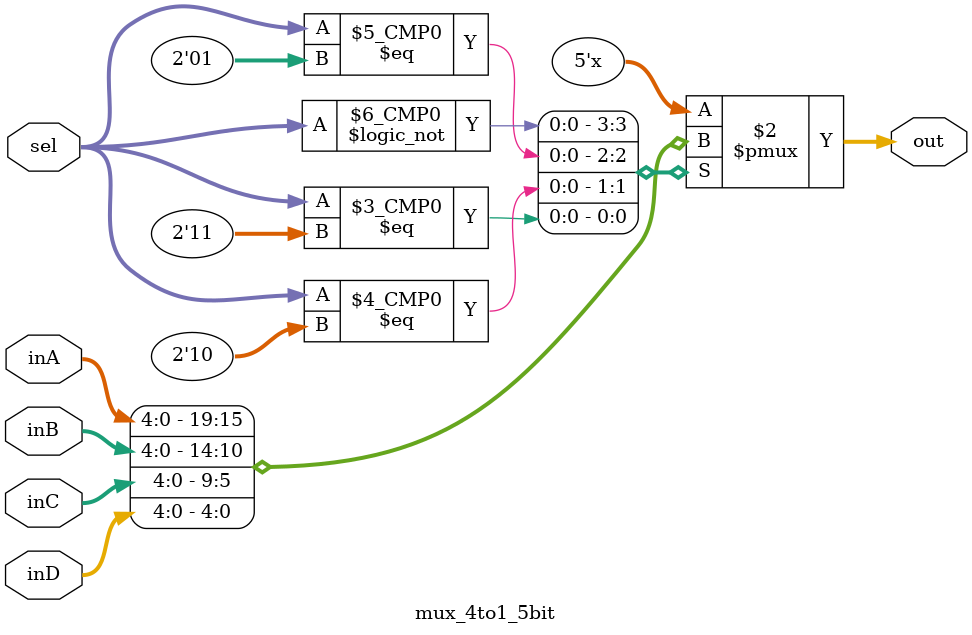
<source format=v>
`timescale 1ns / 1ps


module mux_4to1_5bit(out, inA, inB, inC, inD, sel);

    output  [4:0] out;
    
    input   [4:0] inA,inB, inC, inD;
    input   [1:0]  sel;
	reg [4:0]out;
    /* Fill in the implementation here ... */ 
	 always@(inA,inB,inC, inD,sel)
	 begin
		case (sel) 
			0:
				out <= inA;
			1:
				out <= inB;
			2:
				out <= inC;
			3:
				out <= inD;
		endcase
	 end
	 

endmodule

</source>
